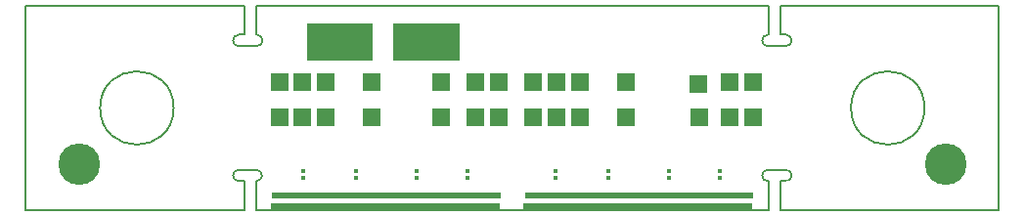
<source format=gbr>
G04 CAM350/DFMSTREAM V12.2 (Build 1155) Date:  Thu Aug 08 15:54:00 2019 *
G04 Database: C:\Users\ptome\Documents\Data - Open Quotes\PURDUE UNIVERSITY\CPC_MOCKUP_HDI_1X2_V2 REV 2.00\CPC_MOCKUP_HDI_1X2_V2 REV 2.00.cam *
G04 Layer 2: L1_Soldermask *
%FSLAX44Y44*%
%MOIN*%
%SFA1.000B1.000*%

%MIA0B0*%
%IPPOS*%
%ADD14R,0.05906X0.05906*%
%ADD15R,0.01575X0.01575*%
%ADD16C,0.14173*%
%ADD23C,0.00500*%
%ADD24R,0.00787X0.01969*%
%LNL1_Soldermask*%
%LPD*%
G36*
X17028Y394D02*
G01Y610D01*
X24823*
Y394*
X17028*
G37*
G36*
X16988Y0D02*
G01Y217D01*
X24783*
Y0*
X16988*
G37*
G36*
X8425Y394D02*
G01Y610D01*
X16220*
Y394*
X8425*
G37*
G36*
X8386Y0D02*
G01Y217D01*
X16181*
Y0*
X8386*
G37*
G36*
X12559Y5098D02*
G01Y6358D01*
X14803*
Y5098*
X12559*
G37*
G36*
X9606D02*
G01Y6358D01*
X11850*
Y5098*
X9606*
G37*
G54D16*
X1841Y1575D03*
X31368D03*
G54D24*
X9449Y110D03*
X9370D03*
X9291D03*
X9213D03*
X9134D03*
X9055D03*
X8976D03*
X8898D03*
X8819D03*
X8740D03*
X8661D03*
X8583D03*
X8504D03*
X8425D03*
X9409Y504D03*
X9331D03*
X9252D03*
X9173D03*
X9094D03*
X9016D03*
X8937D03*
X8858D03*
X8780D03*
X8701D03*
X8622D03*
X8543D03*
X8465D03*
X10787Y110D03*
X10709D03*
X10630D03*
X10551D03*
X10472D03*
X10394D03*
X10315D03*
X10236D03*
X10157D03*
X10079D03*
X10000D03*
X9921D03*
X9843D03*
X9764D03*
X9685D03*
X9606D03*
X9528D03*
X10748Y504D03*
X10669D03*
X10591D03*
X10512D03*
X10433D03*
X10354D03*
X10276D03*
X10197D03*
X10118D03*
X10039D03*
X9961D03*
X9882D03*
X9803D03*
X9724D03*
X9646D03*
X9567D03*
X9488D03*
X12126Y110D03*
X12047D03*
X11969D03*
X11890D03*
X11811D03*
X11732D03*
X11654D03*
X11575D03*
X11496D03*
X11417D03*
X11339D03*
X11260D03*
X11181D03*
X11102D03*
X11024D03*
X10945D03*
X10866D03*
X12087Y504D03*
X12008D03*
X11929D03*
X11850D03*
X11772D03*
X11693D03*
X11614D03*
X11535D03*
X11457D03*
X11378D03*
X11299D03*
X11220D03*
X11142D03*
X11063D03*
X10984D03*
X10906D03*
X10827D03*
X13386Y110D03*
X13307D03*
X13228D03*
X13150D03*
X13071D03*
X12992D03*
X12913D03*
X12835D03*
X12756D03*
X12677D03*
X12598D03*
X12520D03*
X12441D03*
X12362D03*
X12283D03*
X12205D03*
X13425Y504D03*
X13346D03*
X13268D03*
X13189D03*
X13110D03*
X13031D03*
X12953D03*
X12874D03*
X12795D03*
X12717D03*
X12638D03*
X12559D03*
X12480D03*
X12402D03*
X12323D03*
X12244D03*
X12165D03*
X14724Y110D03*
X14646D03*
X14567D03*
X14488D03*
X14409D03*
X14331D03*
X14252D03*
X14173D03*
X14094D03*
X14016D03*
X13937D03*
X13858D03*
X13780D03*
X13701D03*
X13622D03*
X13543D03*
X13465D03*
X14764Y504D03*
X14685D03*
X14606D03*
X14528D03*
X14449D03*
X14370D03*
X14291D03*
X14213D03*
X14134D03*
X14055D03*
X13976D03*
X13898D03*
X13819D03*
X13740D03*
X13661D03*
X13583D03*
X13504D03*
X16063Y110D03*
X15984D03*
X15906D03*
X15827D03*
X15748D03*
X15669D03*
X15591D03*
X15512D03*
X15433D03*
X15354D03*
X15276D03*
X15197D03*
X15118D03*
X15039D03*
X14961D03*
X14882D03*
X14803D03*
X16102Y504D03*
X16024D03*
X15945D03*
X15866D03*
X15787D03*
X15709D03*
X15630D03*
X15551D03*
X15472D03*
X15394D03*
X15315D03*
X15236D03*
X15157D03*
X15079D03*
X15000D03*
X14921D03*
X14843D03*
X17421Y110D03*
X17343D03*
X17264D03*
X17185D03*
X17106D03*
X17028D03*
X16142D03*
X17382Y504D03*
X17303D03*
X17224D03*
X17146D03*
X17067D03*
X16181D03*
X18760Y110D03*
X18681D03*
X18602D03*
X18524D03*
X18445D03*
X18366D03*
X18287D03*
X18209D03*
X18130D03*
X18051D03*
X17972D03*
X17894D03*
X17815D03*
X17736D03*
X17657D03*
X17579D03*
X17500D03*
X18720Y504D03*
X18642D03*
X18563D03*
X18484D03*
X18406D03*
X18327D03*
X18248D03*
X18169D03*
X18091D03*
X18012D03*
X17933D03*
X17854D03*
X17776D03*
X17697D03*
X17618D03*
X17539D03*
X17461D03*
X20020Y110D03*
X19941D03*
X19862D03*
X19783D03*
X19705D03*
X19626D03*
X19547D03*
X19469D03*
X19390D03*
X19311D03*
X19232D03*
X19154D03*
X19075D03*
X18996D03*
X18917D03*
X18839D03*
X20059Y504D03*
X19980D03*
X19902D03*
X19823D03*
X19744D03*
X19665D03*
X19587D03*
X19508D03*
X19429D03*
X19350D03*
X19272D03*
X19193D03*
X19114D03*
X19035D03*
X18957D03*
X18878D03*
X18799D03*
X21358Y110D03*
X21280D03*
X21201D03*
X21122D03*
X21043D03*
X20965D03*
X20886D03*
X20807D03*
X20728D03*
X20650D03*
X20571D03*
X20492D03*
X20413D03*
X20335D03*
X20256D03*
X20177D03*
X20098D03*
X21398Y504D03*
X21319D03*
X21240D03*
X21161D03*
X21083D03*
X21004D03*
X20925D03*
X20846D03*
X20768D03*
X20689D03*
X20610D03*
X20531D03*
X20453D03*
X20374D03*
X20295D03*
X20217D03*
X20138D03*
X22697Y110D03*
X22618D03*
X22539D03*
X22461D03*
X22382D03*
X22303D03*
X22224D03*
X22146D03*
X22067D03*
X21988D03*
X21909D03*
X21831D03*
X21752D03*
X21673D03*
X21594D03*
X21516D03*
X21437D03*
X22736Y504D03*
X22657D03*
X22579D03*
X22500D03*
X22421D03*
X22343D03*
X22264D03*
X22185D03*
X22106D03*
X22028D03*
X21949D03*
X21870D03*
X21791D03*
X21713D03*
X21634D03*
X21555D03*
X21476D03*
X24035Y110D03*
X23957D03*
X23878D03*
X23799D03*
X23720D03*
X23642D03*
X23563D03*
X23484D03*
X23406D03*
X23327D03*
X23248D03*
X23169D03*
X23091D03*
X23012D03*
X22933D03*
X22854D03*
X22776D03*
X23996Y504D03*
X23917D03*
X23839D03*
X23760D03*
X23681D03*
X23602D03*
X23524D03*
X23445D03*
X23366D03*
X23287D03*
X23209D03*
X23130D03*
X23051D03*
X22972D03*
X22894D03*
X22815D03*
X24744Y110D03*
X24665D03*
X24587D03*
X24508D03*
X24429D03*
X24350D03*
X24272D03*
X24193D03*
X24114D03*
X24783Y504D03*
X24705D03*
X24626D03*
X24547D03*
X24469D03*
X24390D03*
X24311D03*
X24232D03*
X24154D03*
X24075D03*
G54D15*
X9478Y1112D03*
Y1348D03*
X11289Y1112D03*
Y1348D03*
X13337Y1112D03*
Y1348D03*
X15069Y1112D03*
Y1348D03*
X18081Y1112D03*
Y1348D03*
X19892Y1112D03*
Y1348D03*
X21939Y1112D03*
Y1348D03*
X23671Y1112D03*
Y1348D03*
G54D14*
X9449Y4350D03*
Y3169D03*
X8661D03*
Y4350D03*
X10236Y3169D03*
Y4350D03*
X11811D03*
Y3169D03*
X14193D03*
Y4350D03*
X15354D03*
X16142Y3169D03*
Y4350D03*
X15354Y3169D03*
X17323Y4350D03*
Y3169D03*
X18898D03*
X18110Y4350D03*
Y3169D03*
X18898Y4350D03*
X20472D03*
Y3169D03*
X22953Y4311D03*
X22972Y3150D03*
X24016Y3169D03*
Y4350D03*
X24803Y3169D03*
Y4350D03*
G54D23*
X0Y0D02*
G01X7480D01*
Y984*
X7283*
Y1378D02*
G75*
G03X7283Y984J-197D01*
Y1378D02*
G01X7894D01*
Y984D02*
G03X7894Y1378I-20J197D01*
Y984D02*
G01X7874D01*
Y0*
X25335*
Y984*
X25315*
Y1378D02*
G03X25315Y984J-197D01*
Y1378D02*
G01X25925D01*
Y984D02*
G03X25925Y1378J197D01*
Y984D02*
G01X25728D01*
Y0*
X33189*
Y6969*
X25728*
Y5984*
X25925*
Y5591D02*
G03X25925Y5984J197D01*
Y5591D02*
G01X25315D01*
Y5984D02*
G03X25315Y5591J-197D01*
Y5984D02*
G01X25335D01*
Y6969*
X7874*
Y5984*
X7894*
Y5591D02*
G03X7894Y5984J197D01*
Y5591D02*
G01X7283D01*
Y5984D02*
G03X7283Y5591J-197D01*
Y5984D02*
G01X7480D01*
Y6969*
X0*
Y0*
X5061Y3484D02*
G03X5061Y3484I-1252D01*
X30652D02*
G03X30652Y3484I-1252D01*
M02*

</source>
